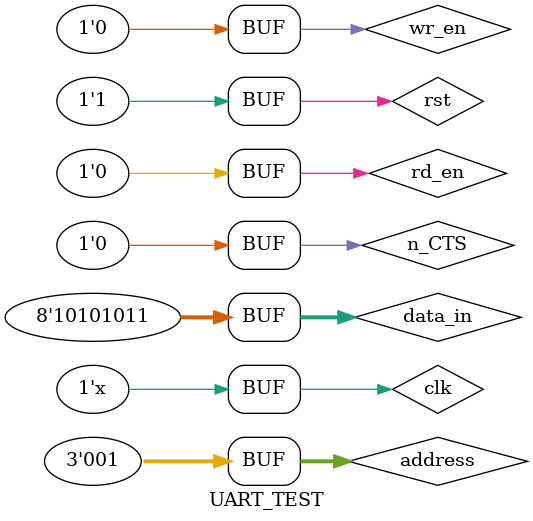
<source format=v>
`timescale 1ns / 1ps
 
//////////////////////////////////////////////////////////////////////////////////
module UART_TEST ();
reg clk;
reg rst;  
reg [7:0]data_in;   //data from rx to file register
reg  wr_en,rd_en;
reg  [2:0]address;
reg  n_CTS;

wire   serial_data_out;
wire  n_RTS;  
wire  [7:0]data_o;           //from:tx  to:rx  function:ready to send
wire  tx_done;

////////////depug////////////////
/*
wire [4:0] write_pointer;    //remove the comment if you want to use depug ports
wire [7:0]reg0;
wire [7:0]reg1;
wire [7:0]reg3;
wire [7:0]reg4;
wire [7:0] fifo_data; 
wire baud;
//wire [15:0] value_rate_depug;
wire fifo_en ;
wire [7:0] data_in_process; 
wire data_valid_process;
wire [8:0]data_tx;
wire [3:0] length;
wire [1:0] stop_bit;
wire fifo_full;
wire [4:0] read_pointer;
wire fifo_empty;
wire tx_ready;
*/


 always #10 clk = ~clk;            //generate clock
 
 initial 
  begin
  clk = 0;
  rst = 1; wr_en = 0; rd_en=0; data_in = 8'h00; address = 3'b000;
  n_CTS = 0;           //CTS = 0 ==> allowed to send data
  
  #20 rst=0;
  #20 rst=1;
  #20  wr_en=1; data_in=8'h80; address=3'b011; //LCR[7] == 1 activate clock generator
  #20  data_in=8'h46; address=3'b000;          //DLL = 46 H
  #20  data_in=8'h01; address=3'b001;          //DLH = 01 H
  
  #20  data_in=8'h0f; address=3'b011;         //LCR[7] == 0 activate data registers and LCR[4:0] = 0
  #20  data_in=8'h02; address=3'b100;         // MCR[1] == 1
  #20  data_in=8'b01010101; address=3'b000;   //data to send  first(55h)
  #20  data_in=8'b01010111; address=3'b000;   // data to send secong (57H)
  #20  data_in=8'hab; address=3'b001;         
  #20 wr_en=0;                            //disable writing inside UI
 
 end
 UART_Top_Module  uart1(
 .clk(clk),
 .rst(rst),  
 .data_in(data_in),   
 .data_o(data_o),
 .wr_en(wr_en),
 .rd_en(rd_en),
 .address(address),
 .serial_data_out(serial_data_out),
 .n_RTS(n_RTS),            
 .tx_done(tx_done),
 .n_CTS(n_CTS)
////////////depug/////////////////// 
   /*                               
.write_pointer(write_pointer),
.reg0(reg0),
.reg1(reg1),
.reg3(reg3),
.reg4(reg4),
.fifo_data(fifo_data),
.baud(baud),
//.value_rate_depug(value_rate_depug),
.fifo_en(fifo_en),
.data_in_process(data_in_process),
.data_valid_process(data_valid_process),
.data_tx(data_tx),
.length(length),
.stop_bit(stop_bit),
.fifo_full(fifo_full),
.read_pointer(read_pointer),
.fifo_empty(fifo_empty),
.tx_ready(tx_ready),*/
  );
endmodule

</source>
